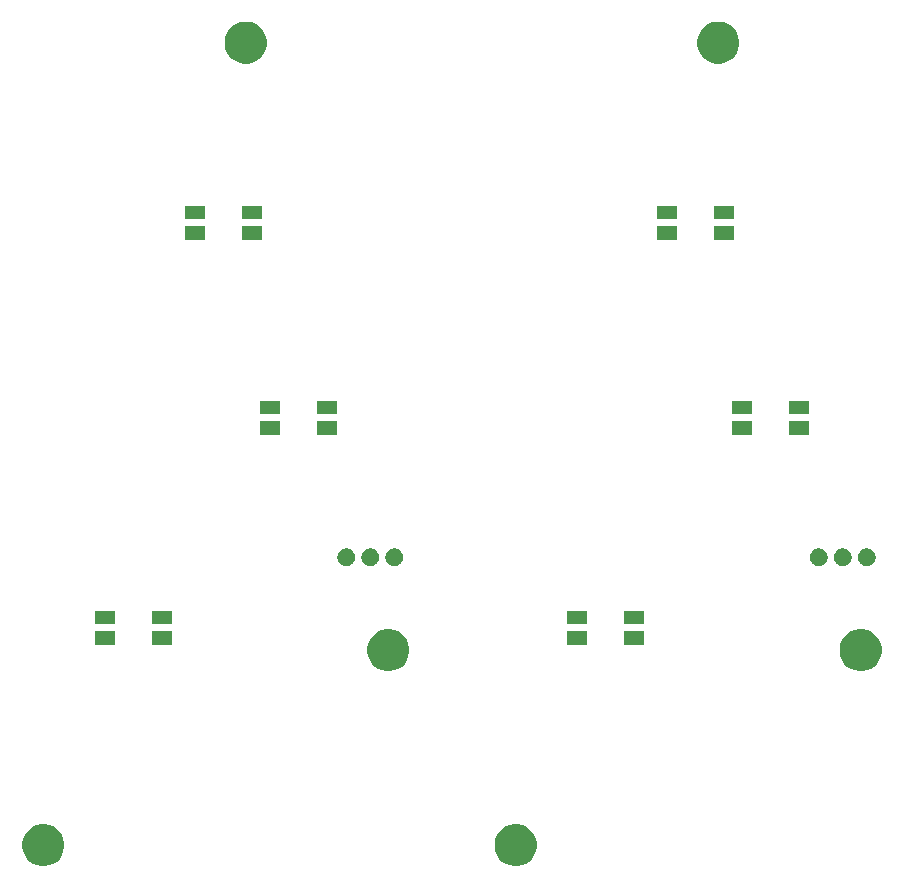
<source format=gbs>
G04 #@! TF.GenerationSoftware,KiCad,Pcbnew,5.0.2-bee76a0~70~ubuntu18.04.1*
G04 #@! TF.CreationDate,2019-06-15T01:44:12+09:00*
G04 #@! TF.ProjectId,shield,73686965-6c64-42e6-9b69-6361645f7063,rev?*
G04 #@! TF.SameCoordinates,Original*
G04 #@! TF.FileFunction,Soldermask,Bot*
G04 #@! TF.FilePolarity,Negative*
%FSLAX46Y46*%
G04 Gerber Fmt 4.6, Leading zero omitted, Abs format (unit mm)*
G04 Created by KiCad (PCBNEW 5.0.2-bee76a0~70~ubuntu18.04.1) date 2019年06月15日 01時44分12秒*
%MOMM*%
%LPD*%
G01*
G04 APERTURE LIST*
%ADD10C,0.100000*%
G04 APERTURE END LIST*
D10*
G36*
X104660957Y-90357634D02*
X104985987Y-90492266D01*
X105278512Y-90687725D01*
X105527275Y-90936488D01*
X105722734Y-91229013D01*
X105857366Y-91554043D01*
X105926000Y-91899093D01*
X105926000Y-92250907D01*
X105857366Y-92595957D01*
X105722734Y-92920987D01*
X105527275Y-93213512D01*
X105278512Y-93462275D01*
X104985987Y-93657734D01*
X104660957Y-93792366D01*
X104315907Y-93861000D01*
X103964093Y-93861000D01*
X103619043Y-93792366D01*
X103294013Y-93657734D01*
X103001488Y-93462275D01*
X102752725Y-93213512D01*
X102557266Y-92920987D01*
X102422634Y-92595957D01*
X102354000Y-92250907D01*
X102354000Y-91899093D01*
X102422634Y-91554043D01*
X102557266Y-91229013D01*
X102752725Y-90936488D01*
X103001488Y-90687725D01*
X103294013Y-90492266D01*
X103619043Y-90357634D01*
X103964093Y-90289000D01*
X104315907Y-90289000D01*
X104660957Y-90357634D01*
X104660957Y-90357634D01*
G37*
G36*
X64655957Y-90357634D02*
X64980987Y-90492266D01*
X65273512Y-90687725D01*
X65522275Y-90936488D01*
X65717734Y-91229013D01*
X65852366Y-91554043D01*
X65921000Y-91899093D01*
X65921000Y-92250907D01*
X65852366Y-92595957D01*
X65717734Y-92920987D01*
X65522275Y-93213512D01*
X65273512Y-93462275D01*
X64980987Y-93657734D01*
X64655957Y-93792366D01*
X64310907Y-93861000D01*
X63959093Y-93861000D01*
X63614043Y-93792366D01*
X63289013Y-93657734D01*
X62996488Y-93462275D01*
X62747725Y-93213512D01*
X62552266Y-92920987D01*
X62417634Y-92595957D01*
X62349000Y-92250907D01*
X62349000Y-91899093D01*
X62417634Y-91554043D01*
X62552266Y-91229013D01*
X62747725Y-90936488D01*
X62996488Y-90687725D01*
X63289013Y-90492266D01*
X63614043Y-90357634D01*
X63959093Y-90289000D01*
X64310907Y-90289000D01*
X64655957Y-90357634D01*
X64655957Y-90357634D01*
G37*
G36*
X93865957Y-73847634D02*
X94190987Y-73982266D01*
X94483512Y-74177725D01*
X94732275Y-74426488D01*
X94927734Y-74719013D01*
X95062366Y-75044043D01*
X95131000Y-75389093D01*
X95131000Y-75740907D01*
X95062366Y-76085957D01*
X94927734Y-76410987D01*
X94732275Y-76703512D01*
X94483512Y-76952275D01*
X94190987Y-77147734D01*
X93865957Y-77282366D01*
X93520907Y-77351000D01*
X93169093Y-77351000D01*
X92824043Y-77282366D01*
X92499013Y-77147734D01*
X92206488Y-76952275D01*
X91957725Y-76703512D01*
X91762266Y-76410987D01*
X91627634Y-76085957D01*
X91559000Y-75740907D01*
X91559000Y-75389093D01*
X91627634Y-75044043D01*
X91762266Y-74719013D01*
X91957725Y-74426488D01*
X92206488Y-74177725D01*
X92499013Y-73982266D01*
X92824043Y-73847634D01*
X93169093Y-73779000D01*
X93520907Y-73779000D01*
X93865957Y-73847634D01*
X93865957Y-73847634D01*
G37*
G36*
X133870957Y-73847634D02*
X134195987Y-73982266D01*
X134488512Y-74177725D01*
X134737275Y-74426488D01*
X134932734Y-74719013D01*
X135067366Y-75044043D01*
X135136000Y-75389093D01*
X135136000Y-75740907D01*
X135067366Y-76085957D01*
X134932734Y-76410987D01*
X134737275Y-76703512D01*
X134488512Y-76952275D01*
X134195987Y-77147734D01*
X133870957Y-77282366D01*
X133525907Y-77351000D01*
X133174093Y-77351000D01*
X132829043Y-77282366D01*
X132504013Y-77147734D01*
X132211488Y-76952275D01*
X131962725Y-76703512D01*
X131767266Y-76410987D01*
X131632634Y-76085957D01*
X131564000Y-75740907D01*
X131564000Y-75389093D01*
X131632634Y-75044043D01*
X131767266Y-74719013D01*
X131962725Y-74426488D01*
X132211488Y-74177725D01*
X132504013Y-73982266D01*
X132829043Y-73847634D01*
X133174093Y-73779000D01*
X133525907Y-73779000D01*
X133870957Y-73847634D01*
X133870957Y-73847634D01*
G37*
G36*
X115011000Y-75086000D02*
X113309000Y-75086000D01*
X113309000Y-73984000D01*
X115011000Y-73984000D01*
X115011000Y-75086000D01*
X115011000Y-75086000D01*
G37*
G36*
X70206000Y-75086000D02*
X68504000Y-75086000D01*
X68504000Y-73984000D01*
X70206000Y-73984000D01*
X70206000Y-75086000D01*
X70206000Y-75086000D01*
G37*
G36*
X75006000Y-75086000D02*
X73304000Y-75086000D01*
X73304000Y-73984000D01*
X75006000Y-73984000D01*
X75006000Y-75086000D01*
X75006000Y-75086000D01*
G37*
G36*
X110211000Y-75086000D02*
X108509000Y-75086000D01*
X108509000Y-73984000D01*
X110211000Y-73984000D01*
X110211000Y-75086000D01*
X110211000Y-75086000D01*
G37*
G36*
X70206000Y-73336000D02*
X68504000Y-73336000D01*
X68504000Y-72234000D01*
X70206000Y-72234000D01*
X70206000Y-73336000D01*
X70206000Y-73336000D01*
G37*
G36*
X75006000Y-73336000D02*
X73304000Y-73336000D01*
X73304000Y-72234000D01*
X75006000Y-72234000D01*
X75006000Y-73336000D01*
X75006000Y-73336000D01*
G37*
G36*
X110211000Y-73336000D02*
X108509000Y-73336000D01*
X108509000Y-72234000D01*
X110211000Y-72234000D01*
X110211000Y-73336000D01*
X110211000Y-73336000D01*
G37*
G36*
X115011000Y-73336000D02*
X113309000Y-73336000D01*
X113309000Y-72234000D01*
X115011000Y-72234000D01*
X115011000Y-73336000D01*
X115011000Y-73336000D01*
G37*
G36*
X130012621Y-66970302D02*
X130149022Y-67026801D01*
X130271779Y-67108825D01*
X130376175Y-67213221D01*
X130458199Y-67335978D01*
X130514698Y-67472379D01*
X130543500Y-67617181D01*
X130543500Y-67764819D01*
X130514698Y-67909621D01*
X130458199Y-68046022D01*
X130376175Y-68168779D01*
X130271779Y-68273175D01*
X130149022Y-68355199D01*
X130012621Y-68411698D01*
X129867819Y-68440500D01*
X129720181Y-68440500D01*
X129575379Y-68411698D01*
X129438978Y-68355199D01*
X129316221Y-68273175D01*
X129211825Y-68168779D01*
X129129801Y-68046022D01*
X129073302Y-67909621D01*
X129044500Y-67764819D01*
X129044500Y-67617181D01*
X129073302Y-67472379D01*
X129129801Y-67335978D01*
X129211825Y-67213221D01*
X129316221Y-67108825D01*
X129438978Y-67026801D01*
X129575379Y-66970302D01*
X129720181Y-66941500D01*
X129867819Y-66941500D01*
X130012621Y-66970302D01*
X130012621Y-66970302D01*
G37*
G36*
X92039621Y-66970302D02*
X92176022Y-67026801D01*
X92298779Y-67108825D01*
X92403175Y-67213221D01*
X92485199Y-67335978D01*
X92541698Y-67472379D01*
X92570500Y-67617181D01*
X92570500Y-67764819D01*
X92541698Y-67909621D01*
X92485199Y-68046022D01*
X92403175Y-68168779D01*
X92298779Y-68273175D01*
X92176022Y-68355199D01*
X92039621Y-68411698D01*
X91894819Y-68440500D01*
X91747181Y-68440500D01*
X91602379Y-68411698D01*
X91465978Y-68355199D01*
X91343221Y-68273175D01*
X91238825Y-68168779D01*
X91156801Y-68046022D01*
X91100302Y-67909621D01*
X91071500Y-67764819D01*
X91071500Y-67617181D01*
X91100302Y-67472379D01*
X91156801Y-67335978D01*
X91238825Y-67213221D01*
X91343221Y-67108825D01*
X91465978Y-67026801D01*
X91602379Y-66970302D01*
X91747181Y-66941500D01*
X91894819Y-66941500D01*
X92039621Y-66970302D01*
X92039621Y-66970302D01*
G37*
G36*
X132044621Y-66970302D02*
X132181022Y-67026801D01*
X132303779Y-67108825D01*
X132408175Y-67213221D01*
X132490199Y-67335978D01*
X132546698Y-67472379D01*
X132575500Y-67617181D01*
X132575500Y-67764819D01*
X132546698Y-67909621D01*
X132490199Y-68046022D01*
X132408175Y-68168779D01*
X132303779Y-68273175D01*
X132181022Y-68355199D01*
X132044621Y-68411698D01*
X131899819Y-68440500D01*
X131752181Y-68440500D01*
X131607379Y-68411698D01*
X131470978Y-68355199D01*
X131348221Y-68273175D01*
X131243825Y-68168779D01*
X131161801Y-68046022D01*
X131105302Y-67909621D01*
X131076500Y-67764819D01*
X131076500Y-67617181D01*
X131105302Y-67472379D01*
X131161801Y-67335978D01*
X131243825Y-67213221D01*
X131348221Y-67108825D01*
X131470978Y-67026801D01*
X131607379Y-66970302D01*
X131752181Y-66941500D01*
X131899819Y-66941500D01*
X132044621Y-66970302D01*
X132044621Y-66970302D01*
G37*
G36*
X134076621Y-66970302D02*
X134213022Y-67026801D01*
X134335779Y-67108825D01*
X134440175Y-67213221D01*
X134522199Y-67335978D01*
X134578698Y-67472379D01*
X134607500Y-67617181D01*
X134607500Y-67764819D01*
X134578698Y-67909621D01*
X134522199Y-68046022D01*
X134440175Y-68168779D01*
X134335779Y-68273175D01*
X134213022Y-68355199D01*
X134076621Y-68411698D01*
X133931819Y-68440500D01*
X133784181Y-68440500D01*
X133639379Y-68411698D01*
X133502978Y-68355199D01*
X133380221Y-68273175D01*
X133275825Y-68168779D01*
X133193801Y-68046022D01*
X133137302Y-67909621D01*
X133108500Y-67764819D01*
X133108500Y-67617181D01*
X133137302Y-67472379D01*
X133193801Y-67335978D01*
X133275825Y-67213221D01*
X133380221Y-67108825D01*
X133502978Y-67026801D01*
X133639379Y-66970302D01*
X133784181Y-66941500D01*
X133931819Y-66941500D01*
X134076621Y-66970302D01*
X134076621Y-66970302D01*
G37*
G36*
X94071621Y-66970302D02*
X94208022Y-67026801D01*
X94330779Y-67108825D01*
X94435175Y-67213221D01*
X94517199Y-67335978D01*
X94573698Y-67472379D01*
X94602500Y-67617181D01*
X94602500Y-67764819D01*
X94573698Y-67909621D01*
X94517199Y-68046022D01*
X94435175Y-68168779D01*
X94330779Y-68273175D01*
X94208022Y-68355199D01*
X94071621Y-68411698D01*
X93926819Y-68440500D01*
X93779181Y-68440500D01*
X93634379Y-68411698D01*
X93497978Y-68355199D01*
X93375221Y-68273175D01*
X93270825Y-68168779D01*
X93188801Y-68046022D01*
X93132302Y-67909621D01*
X93103500Y-67764819D01*
X93103500Y-67617181D01*
X93132302Y-67472379D01*
X93188801Y-67335978D01*
X93270825Y-67213221D01*
X93375221Y-67108825D01*
X93497978Y-67026801D01*
X93634379Y-66970302D01*
X93779181Y-66941500D01*
X93926819Y-66941500D01*
X94071621Y-66970302D01*
X94071621Y-66970302D01*
G37*
G36*
X90007621Y-66970302D02*
X90144022Y-67026801D01*
X90266779Y-67108825D01*
X90371175Y-67213221D01*
X90453199Y-67335978D01*
X90509698Y-67472379D01*
X90538500Y-67617181D01*
X90538500Y-67764819D01*
X90509698Y-67909621D01*
X90453199Y-68046022D01*
X90371175Y-68168779D01*
X90266779Y-68273175D01*
X90144022Y-68355199D01*
X90007621Y-68411698D01*
X89862819Y-68440500D01*
X89715181Y-68440500D01*
X89570379Y-68411698D01*
X89433978Y-68355199D01*
X89311221Y-68273175D01*
X89206825Y-68168779D01*
X89124801Y-68046022D01*
X89068302Y-67909621D01*
X89039500Y-67764819D01*
X89039500Y-67617181D01*
X89068302Y-67472379D01*
X89124801Y-67335978D01*
X89206825Y-67213221D01*
X89311221Y-67108825D01*
X89433978Y-67026801D01*
X89570379Y-66970302D01*
X89715181Y-66941500D01*
X89862819Y-66941500D01*
X90007621Y-66970302D01*
X90007621Y-66970302D01*
G37*
G36*
X124181000Y-57306000D02*
X122479000Y-57306000D01*
X122479000Y-56204000D01*
X124181000Y-56204000D01*
X124181000Y-57306000D01*
X124181000Y-57306000D01*
G37*
G36*
X88976000Y-57306000D02*
X87274000Y-57306000D01*
X87274000Y-56204000D01*
X88976000Y-56204000D01*
X88976000Y-57306000D01*
X88976000Y-57306000D01*
G37*
G36*
X84176000Y-57306000D02*
X82474000Y-57306000D01*
X82474000Y-56204000D01*
X84176000Y-56204000D01*
X84176000Y-57306000D01*
X84176000Y-57306000D01*
G37*
G36*
X128981000Y-57306000D02*
X127279000Y-57306000D01*
X127279000Y-56204000D01*
X128981000Y-56204000D01*
X128981000Y-57306000D01*
X128981000Y-57306000D01*
G37*
G36*
X84176000Y-55556000D02*
X82474000Y-55556000D01*
X82474000Y-54454000D01*
X84176000Y-54454000D01*
X84176000Y-55556000D01*
X84176000Y-55556000D01*
G37*
G36*
X88976000Y-55556000D02*
X87274000Y-55556000D01*
X87274000Y-54454000D01*
X88976000Y-54454000D01*
X88976000Y-55556000D01*
X88976000Y-55556000D01*
G37*
G36*
X128981000Y-55556000D02*
X127279000Y-55556000D01*
X127279000Y-54454000D01*
X128981000Y-54454000D01*
X128981000Y-55556000D01*
X128981000Y-55556000D01*
G37*
G36*
X124181000Y-55556000D02*
X122479000Y-55556000D01*
X122479000Y-54454000D01*
X124181000Y-54454000D01*
X124181000Y-55556000D01*
X124181000Y-55556000D01*
G37*
G36*
X122631000Y-40796000D02*
X120929000Y-40796000D01*
X120929000Y-39694000D01*
X122631000Y-39694000D01*
X122631000Y-40796000D01*
X122631000Y-40796000D01*
G37*
G36*
X77826000Y-40796000D02*
X76124000Y-40796000D01*
X76124000Y-39694000D01*
X77826000Y-39694000D01*
X77826000Y-40796000D01*
X77826000Y-40796000D01*
G37*
G36*
X82626000Y-40796000D02*
X80924000Y-40796000D01*
X80924000Y-39694000D01*
X82626000Y-39694000D01*
X82626000Y-40796000D01*
X82626000Y-40796000D01*
G37*
G36*
X117831000Y-40796000D02*
X116129000Y-40796000D01*
X116129000Y-39694000D01*
X117831000Y-39694000D01*
X117831000Y-40796000D01*
X117831000Y-40796000D01*
G37*
G36*
X122631000Y-39046000D02*
X120929000Y-39046000D01*
X120929000Y-37944000D01*
X122631000Y-37944000D01*
X122631000Y-39046000D01*
X122631000Y-39046000D01*
G37*
G36*
X117831000Y-39046000D02*
X116129000Y-39046000D01*
X116129000Y-37944000D01*
X117831000Y-37944000D01*
X117831000Y-39046000D01*
X117831000Y-39046000D01*
G37*
G36*
X82626000Y-39046000D02*
X80924000Y-39046000D01*
X80924000Y-37944000D01*
X82626000Y-37944000D01*
X82626000Y-39046000D01*
X82626000Y-39046000D01*
G37*
G36*
X77826000Y-39046000D02*
X76124000Y-39046000D01*
X76124000Y-37944000D01*
X77826000Y-37944000D01*
X77826000Y-39046000D01*
X77826000Y-39046000D01*
G37*
G36*
X121805957Y-22412634D02*
X122130987Y-22547266D01*
X122423512Y-22742725D01*
X122672275Y-22991488D01*
X122867734Y-23284013D01*
X123002366Y-23609043D01*
X123071000Y-23954093D01*
X123071000Y-24305907D01*
X123002366Y-24650957D01*
X122867734Y-24975987D01*
X122672275Y-25268512D01*
X122423512Y-25517275D01*
X122130987Y-25712734D01*
X121805957Y-25847366D01*
X121460907Y-25916000D01*
X121109093Y-25916000D01*
X120764043Y-25847366D01*
X120439013Y-25712734D01*
X120146488Y-25517275D01*
X119897725Y-25268512D01*
X119702266Y-24975987D01*
X119567634Y-24650957D01*
X119499000Y-24305907D01*
X119499000Y-23954093D01*
X119567634Y-23609043D01*
X119702266Y-23284013D01*
X119897725Y-22991488D01*
X120146488Y-22742725D01*
X120439013Y-22547266D01*
X120764043Y-22412634D01*
X121109093Y-22344000D01*
X121460907Y-22344000D01*
X121805957Y-22412634D01*
X121805957Y-22412634D01*
G37*
G36*
X81800957Y-22412634D02*
X82125987Y-22547266D01*
X82418512Y-22742725D01*
X82667275Y-22991488D01*
X82862734Y-23284013D01*
X82997366Y-23609043D01*
X83066000Y-23954093D01*
X83066000Y-24305907D01*
X82997366Y-24650957D01*
X82862734Y-24975987D01*
X82667275Y-25268512D01*
X82418512Y-25517275D01*
X82125987Y-25712734D01*
X81800957Y-25847366D01*
X81455907Y-25916000D01*
X81104093Y-25916000D01*
X80759043Y-25847366D01*
X80434013Y-25712734D01*
X80141488Y-25517275D01*
X79892725Y-25268512D01*
X79697266Y-24975987D01*
X79562634Y-24650957D01*
X79494000Y-24305907D01*
X79494000Y-23954093D01*
X79562634Y-23609043D01*
X79697266Y-23284013D01*
X79892725Y-22991488D01*
X80141488Y-22742725D01*
X80434013Y-22547266D01*
X80759043Y-22412634D01*
X81104093Y-22344000D01*
X81455907Y-22344000D01*
X81800957Y-22412634D01*
X81800957Y-22412634D01*
G37*
M02*

</source>
